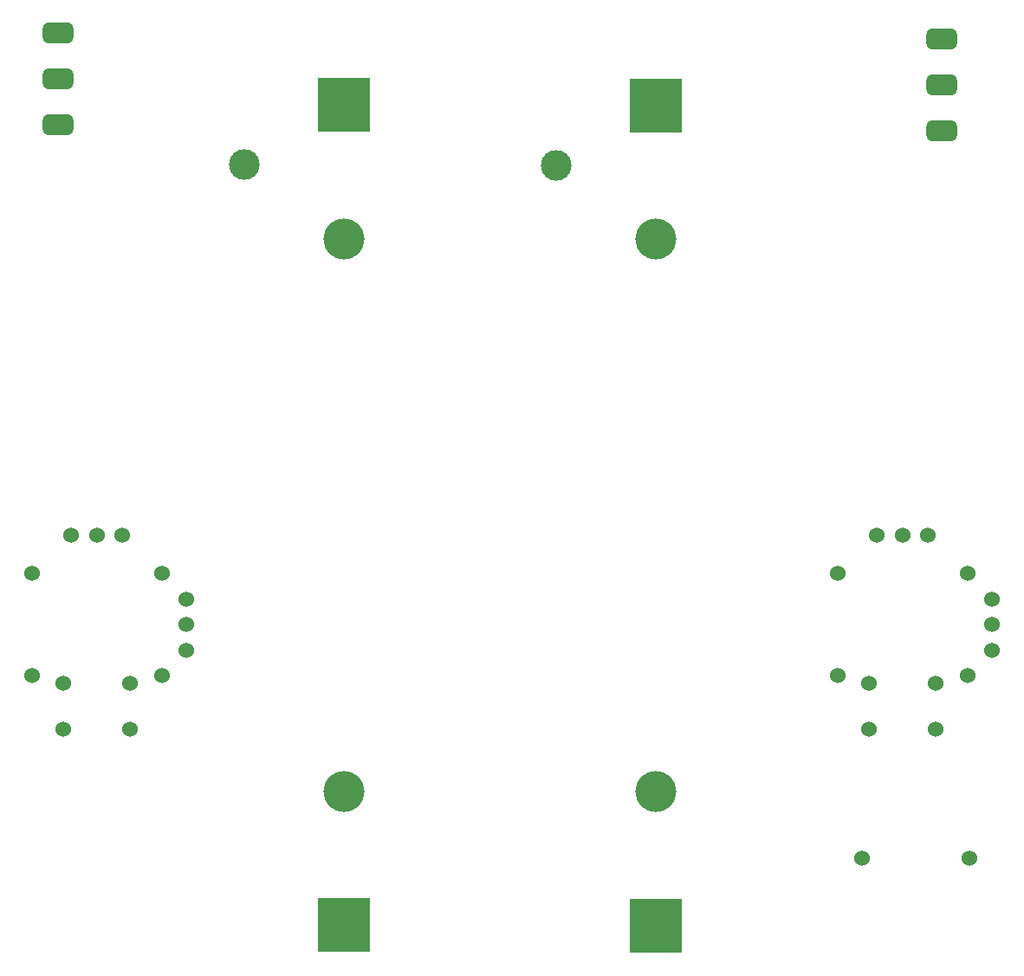
<source format=gbr>
%TF.GenerationSoftware,KiCad,Pcbnew,(6.0.2-0)*%
%TF.CreationDate,2022-03-29T15:10:37+01:00*%
%TF.ProjectId,controller,636f6e74-726f-46c6-9c65-722e6b696361,V1.2*%
%TF.SameCoordinates,Original*%
%TF.FileFunction,Soldermask,Bot*%
%TF.FilePolarity,Negative*%
%FSLAX46Y46*%
G04 Gerber Fmt 4.6, Leading zero omitted, Abs format (unit mm)*
G04 Created by KiCad (PCBNEW (6.0.2-0)) date 2022-03-29 15:10:37*
%MOMM*%
%LPD*%
G01*
G04 APERTURE LIST*
G04 Aperture macros list*
%AMRoundRect*
0 Rectangle with rounded corners*
0 $1 Rounding radius*
0 $2 $3 $4 $5 $6 $7 $8 $9 X,Y pos of 4 corners*
0 Add a 4 corners polygon primitive as box body*
4,1,4,$2,$3,$4,$5,$6,$7,$8,$9,$2,$3,0*
0 Add four circle primitives for the rounded corners*
1,1,$1+$1,$2,$3*
1,1,$1+$1,$4,$5*
1,1,$1+$1,$6,$7*
1,1,$1+$1,$8,$9*
0 Add four rect primitives between the rounded corners*
20,1,$1+$1,$2,$3,$4,$5,0*
20,1,$1+$1,$4,$5,$6,$7,0*
20,1,$1+$1,$6,$7,$8,$9,0*
20,1,$1+$1,$8,$9,$2,$3,0*%
G04 Aperture macros list end*
%ADD10RoundRect,0.500000X-1.000000X0.500000X-1.000000X-0.500000X1.000000X-0.500000X1.000000X0.500000X0*%
%ADD11C,1.524000*%
%ADD12RoundRect,0.500000X1.000000X-0.500000X1.000000X0.500000X-1.000000X0.500000X-1.000000X-0.500000X0*%
%ADD13C,3.000000*%
%ADD14C,4.000000*%
%ADD15R,5.120000X5.300000*%
G04 APERTURE END LIST*
D10*
%TO.C,PWR_SW1*%
X198120000Y-57040000D03*
X198120000Y-61540000D03*
X198120000Y-66040000D03*
%TD*%
D11*
%TO.C,U1*%
X109245000Y-119300000D03*
X109245000Y-109300000D03*
X121895000Y-109300000D03*
X121895000Y-119300000D03*
X118820000Y-120050000D03*
X112320000Y-120050000D03*
X118820000Y-124550000D03*
X112320000Y-124550000D03*
X113070000Y-105570000D03*
X115570000Y-105570000D03*
X118070000Y-105570000D03*
X124300000Y-111800000D03*
X124300000Y-114300000D03*
X124300000Y-116800000D03*
%TD*%
%TO.C,BZ1*%
X200830000Y-137138466D03*
X190330000Y-137138466D03*
%TD*%
%TO.C,U2*%
X200635000Y-119300000D03*
X200635000Y-109300000D03*
X187985000Y-119300000D03*
X187985000Y-109300000D03*
X197560000Y-120050000D03*
X191060000Y-120050000D03*
X197560000Y-124550000D03*
X191060000Y-124550000D03*
X191810000Y-105570000D03*
X194310000Y-105570000D03*
X196810000Y-105570000D03*
X203040000Y-111800000D03*
X203040000Y-114300000D03*
X203040000Y-116800000D03*
%TD*%
D12*
%TO.C,SW1*%
X111760000Y-65460000D03*
X111760000Y-60960000D03*
X111760000Y-56460000D03*
%TD*%
D13*
%TO.C,BT1*%
X129950000Y-69350000D03*
D14*
X139700000Y-130600000D03*
X139700000Y-76600000D03*
D15*
X139700000Y-63500000D03*
X139700000Y-143700000D03*
%TD*%
D14*
%TO.C,BT2*%
X170180000Y-76635000D03*
X170180000Y-130635000D03*
D13*
X160430000Y-69385000D03*
D15*
X170180000Y-63535000D03*
X170180000Y-143735000D03*
%TD*%
M02*

</source>
